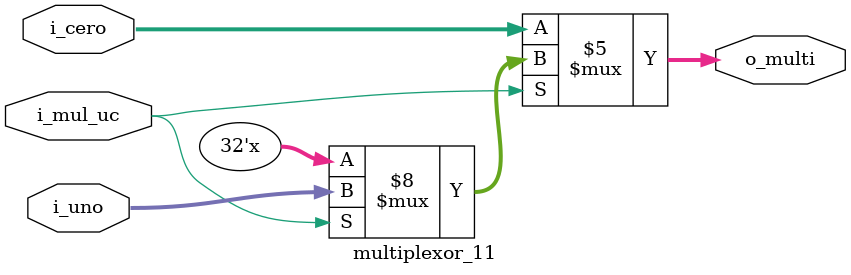
<source format=v>
`timescale 1ps/1ps

module multiplexor_11
(
input i_mul_uc, //salida de la uc y entrada del multiplexor 
input [31:0]i_uno,    //entrada en la posicion uno 
input [31:0]i_cero,     //entrada en la pocision 0 
output reg[31:0]o_multi
);
always @(*)
begin 
	if(i_mul_uc==1)
	begin
		o_multi=i_uno;
	end
	if(i_mul_uc==0)
	begin
		o_multi=i_cero;
	end 
end 
endmodule 
</source>
